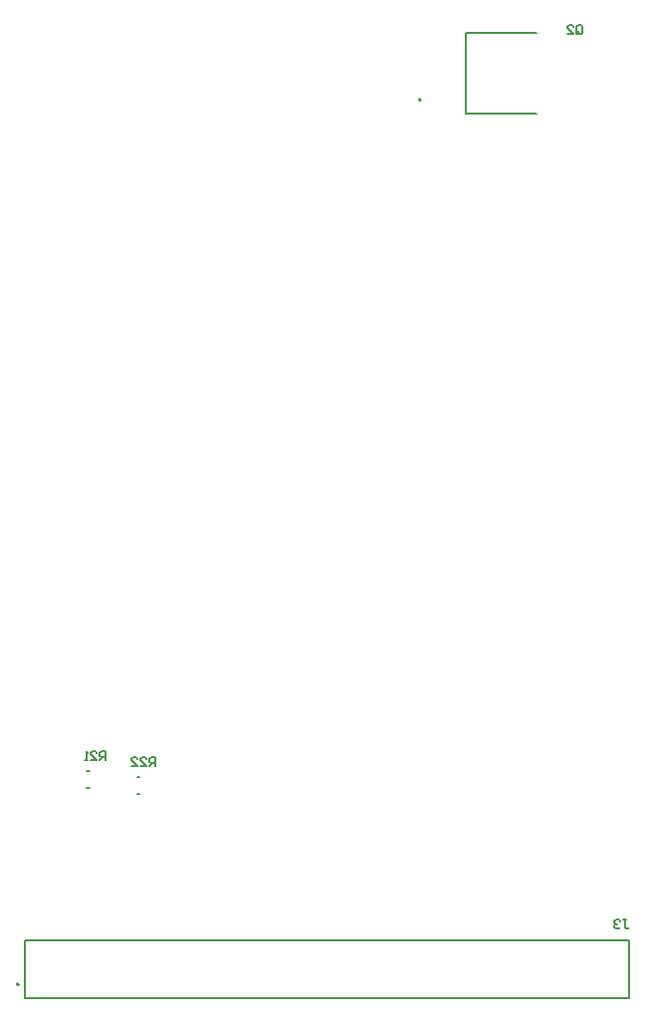
<source format=gbo>
G04*
G04 #@! TF.GenerationSoftware,Altium Limited,Altium Designer,21.0.9 (235)*
G04*
G04 Layer_Color=32896*
%FSLAX44Y44*%
%MOMM*%
G71*
G04*
G04 #@! TF.SameCoordinates,58F94E15-CAE4-4791-8A53-09B8A48F05B3*
G04*
G04*
G04 #@! TF.FilePolarity,Positive*
G04*
G01*
G75*
%ADD10C,0.2000*%
%ADD11C,0.1524*%
%ADD13C,0.1270*%
%ADD14C,0.2032*%
D10*
X404820Y806310D02*
G03*
X404820Y806310I-1000J0D01*
G01*
X62950Y54610D02*
G03*
X62950Y54610I-1000J0D01*
G01*
X68450Y42560D02*
X581550D01*
X68450Y92060D02*
X581550D01*
X68450Y42560D02*
Y92060D01*
X581550Y42560D02*
Y92060D01*
D11*
X120904Y235712D02*
X122936D01*
X120904Y221488D02*
X122936D01*
X163322Y216343D02*
X165354D01*
X163322Y230567D02*
X165354D01*
D13*
X443230Y795020D02*
X502920D01*
X443230D02*
Y863600D01*
X502920D01*
D14*
X179324Y239776D02*
Y247393D01*
X175515D01*
X174246Y246124D01*
Y243585D01*
X175515Y242315D01*
X179324D01*
X176785D02*
X174246Y239776D01*
X166628D02*
X171707D01*
X166628Y244854D01*
Y246124D01*
X167898Y247393D01*
X170437D01*
X171707Y246124D01*
X159011Y239776D02*
X164089D01*
X159011Y244854D01*
Y246124D01*
X160280Y247393D01*
X162819D01*
X164089Y246124D01*
X136906Y245110D02*
Y252728D01*
X133097D01*
X131828Y251458D01*
Y248919D01*
X133097Y247649D01*
X136906D01*
X134367D02*
X131828Y245110D01*
X124210D02*
X129289D01*
X124210Y250188D01*
Y251458D01*
X125480Y252728D01*
X128019D01*
X129289Y251458D01*
X121671Y245110D02*
X119132D01*
X120401D01*
Y252728D01*
X121671Y251458D01*
X537210Y863601D02*
Y868679D01*
X538479Y869949D01*
X541018D01*
X542288Y868679D01*
Y863601D01*
X541018Y862331D01*
X538479D01*
X539749Y864870D02*
X537210Y862331D01*
X538479D02*
X537210Y863601D01*
X529592Y862331D02*
X534670D01*
X529592Y867410D01*
Y868679D01*
X530862Y869949D01*
X533401D01*
X534670Y868679D01*
X577090Y109472D02*
X579629D01*
X578359D01*
Y103124D01*
X579629Y101854D01*
X580898D01*
X582168Y103124D01*
X574551Y108202D02*
X573281Y109472D01*
X570742D01*
X569472Y108202D01*
Y106932D01*
X570742Y105663D01*
X572011D01*
X570742D01*
X569472Y104393D01*
Y103124D01*
X570742Y101854D01*
X573281D01*
X574551Y103124D01*
M02*

</source>
